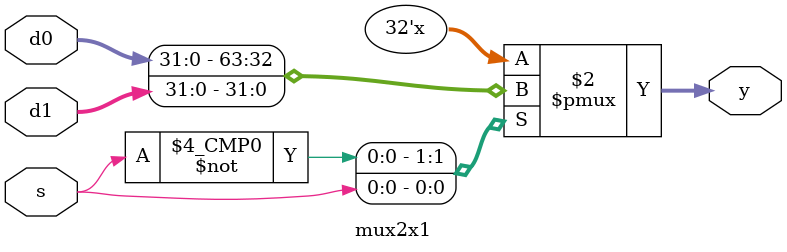
<source format=sv>
`timescale 1ns / 1ps

module mux2x1 #(parameter SIZE = 32)
(
    input logic s,
    input logic [SIZE-1:0] d0,
    input logic [SIZE-1:0] d1,
    output logic [SIZE-1:0] y
);
always@(*) begin 
    case( s )
        1'b0: y = d0;
        1'b1: y = d1;
        default: y = 0;
    endcase
end

endmodule
</source>
